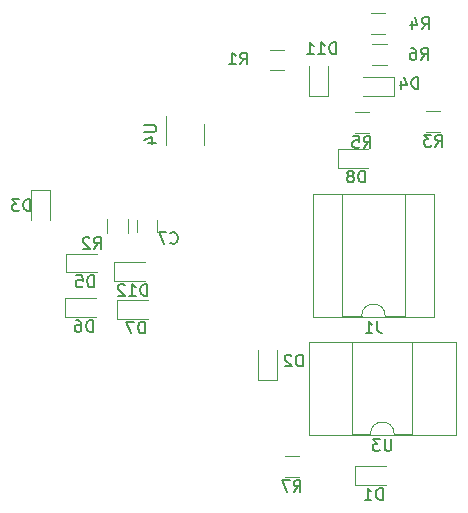
<source format=gbo>
G04 #@! TF.GenerationSoftware,KiCad,Pcbnew,5.1.6-c6e7f7d~87~ubuntu18.04.1*
G04 #@! TF.CreationDate,2020-10-10T14:26:16+05:30*
G04 #@! TF.ProjectId,BackEnd_HeavyDevice_v1,4261636b-456e-4645-9f48-656176794465,rev?*
G04 #@! TF.SameCoordinates,Original*
G04 #@! TF.FileFunction,Legend,Bot*
G04 #@! TF.FilePolarity,Positive*
%FSLAX46Y46*%
G04 Gerber Fmt 4.6, Leading zero omitted, Abs format (unit mm)*
G04 Created by KiCad (PCBNEW 5.1.6-c6e7f7d~87~ubuntu18.04.1) date 2020-10-10 14:26:16*
%MOMM*%
%LPD*%
G01*
G04 APERTURE LIST*
%ADD10C,0.120000*%
%ADD11C,0.150000*%
G04 APERTURE END LIST*
D10*
X126117000Y-106662000D02*
X126117000Y-105662000D01*
X127817000Y-105662000D02*
X127817000Y-106662000D01*
X144603000Y-128084000D02*
X147203000Y-128084000D01*
X144603000Y-126484000D02*
X147203000Y-126484000D01*
X144603000Y-128084000D02*
X144603000Y-126484000D01*
X138029000Y-119227000D02*
X136429000Y-119227000D01*
X136429000Y-119227000D02*
X136429000Y-116627000D01*
X138029000Y-119227000D02*
X138029000Y-116627000D01*
X117186000Y-103063000D02*
X118786000Y-103063000D01*
X118786000Y-103063000D02*
X118786000Y-105663000D01*
X117186000Y-103063000D02*
X117186000Y-105663000D01*
X147884000Y-93500000D02*
X147884000Y-95100000D01*
X147884000Y-95100000D02*
X145284000Y-95100000D01*
X147884000Y-93500000D02*
X145284000Y-93500000D01*
X120145000Y-110076000D02*
X120145000Y-108476000D01*
X120145000Y-108476000D02*
X122745000Y-108476000D01*
X120145000Y-110076000D02*
X122745000Y-110076000D01*
X120058000Y-113863000D02*
X122658000Y-113863000D01*
X120058000Y-112263000D02*
X122658000Y-112263000D01*
X120058000Y-113863000D02*
X120058000Y-112263000D01*
X124481000Y-113982000D02*
X127081000Y-113982000D01*
X124481000Y-112382000D02*
X127081000Y-112382000D01*
X124481000Y-113982000D02*
X124481000Y-112382000D01*
X143119000Y-101196000D02*
X145719000Y-101196000D01*
X143119000Y-99596000D02*
X145719000Y-99596000D01*
X143119000Y-101196000D02*
X143119000Y-99596000D01*
X142303000Y-95158400D02*
X140703000Y-95158400D01*
X140703000Y-95158400D02*
X140703000Y-92558400D01*
X142303000Y-95158400D02*
X142303000Y-92558400D01*
X124181000Y-110815000D02*
X126781000Y-110815000D01*
X124181000Y-109215000D02*
X126781000Y-109215000D01*
X124181000Y-110815000D02*
X124181000Y-109215000D01*
X151302000Y-113815000D02*
X141022000Y-113815000D01*
X151302000Y-103415000D02*
X151302000Y-113815000D01*
X141022000Y-103415000D02*
X151302000Y-103415000D01*
X141022000Y-113815000D02*
X141022000Y-103415000D01*
X148812000Y-113755000D02*
X147162000Y-113755000D01*
X148812000Y-103475000D02*
X148812000Y-113755000D01*
X143512000Y-103475000D02*
X148812000Y-103475000D01*
X143512000Y-113755000D02*
X143512000Y-103475000D01*
X145162000Y-113755000D02*
X143512000Y-113755000D01*
X147162000Y-113755000D02*
G75*
G03*
X145162000Y-113755000I-1000000J0D01*
G01*
X137363000Y-92975300D02*
X138563000Y-92975300D01*
X138563000Y-91215300D02*
X137363000Y-91215300D01*
X125386000Y-106739000D02*
X125386000Y-105539000D01*
X123626000Y-105539000D02*
X123626000Y-106739000D01*
X150639000Y-98146800D02*
X151839000Y-98146800D01*
X151839000Y-96386800D02*
X150639000Y-96386800D01*
X147130000Y-88116500D02*
X145930000Y-88116500D01*
X145930000Y-89876500D02*
X147130000Y-89876500D01*
X144574000Y-98253400D02*
X145774000Y-98253400D01*
X145774000Y-96493400D02*
X144574000Y-96493400D01*
X147270000Y-90768300D02*
X146070000Y-90768300D01*
X146070000Y-92528300D02*
X147270000Y-92528300D01*
X139842000Y-125640000D02*
X138642000Y-125640000D01*
X138642000Y-127400000D02*
X139842000Y-127400000D01*
X145909000Y-123740000D02*
X144374000Y-123740000D01*
X144374000Y-123740000D02*
X144374000Y-116000000D01*
X144374000Y-116000000D02*
X149444000Y-116000000D01*
X149444000Y-116000000D02*
X149444000Y-123740000D01*
X149444000Y-123740000D02*
X147909000Y-123740000D01*
X140674000Y-123800000D02*
X140674000Y-115940000D01*
X140674000Y-115940000D02*
X153144000Y-115940000D01*
X153144000Y-115940000D02*
X153144000Y-123800000D01*
X153144000Y-123800000D02*
X140674000Y-123800000D01*
X147909000Y-123740000D02*
G75*
G03*
X145909000Y-123740000I-1000000J0D01*
G01*
X128606000Y-99271700D02*
X128606000Y-96821700D01*
X131826000Y-97471700D02*
X131826000Y-99271700D01*
D11*
X128972626Y-107560542D02*
X129020245Y-107608161D01*
X129163102Y-107655780D01*
X129258340Y-107655780D01*
X129401198Y-107608161D01*
X129496436Y-107512923D01*
X129544055Y-107417685D01*
X129591674Y-107227209D01*
X129591674Y-107084352D01*
X129544055Y-106893876D01*
X129496436Y-106798638D01*
X129401198Y-106703400D01*
X129258340Y-106655780D01*
X129163102Y-106655780D01*
X129020245Y-106703400D01*
X128972626Y-106751019D01*
X128639293Y-106655780D02*
X127972626Y-106655780D01*
X128401198Y-107655780D01*
X146941095Y-129336380D02*
X146941095Y-128336380D01*
X146703000Y-128336380D01*
X146560142Y-128384000D01*
X146464904Y-128479238D01*
X146417285Y-128574476D01*
X146369666Y-128764952D01*
X146369666Y-128907809D01*
X146417285Y-129098285D01*
X146464904Y-129193523D01*
X146560142Y-129288761D01*
X146703000Y-129336380D01*
X146941095Y-129336380D01*
X145417285Y-129336380D02*
X145988714Y-129336380D01*
X145703000Y-129336380D02*
X145703000Y-128336380D01*
X145798238Y-128479238D01*
X145893476Y-128574476D01*
X145988714Y-128622095D01*
X140156575Y-118031120D02*
X140156575Y-117031120D01*
X139918480Y-117031120D01*
X139775622Y-117078740D01*
X139680384Y-117173978D01*
X139632765Y-117269216D01*
X139585146Y-117459692D01*
X139585146Y-117602549D01*
X139632765Y-117793025D01*
X139680384Y-117888263D01*
X139775622Y-117983501D01*
X139918480Y-118031120D01*
X140156575Y-118031120D01*
X139204194Y-117126359D02*
X139156575Y-117078740D01*
X139061337Y-117031120D01*
X138823241Y-117031120D01*
X138728003Y-117078740D01*
X138680384Y-117126359D01*
X138632765Y-117221597D01*
X138632765Y-117316835D01*
X138680384Y-117459692D01*
X139251813Y-118031120D01*
X138632765Y-118031120D01*
X117085795Y-104866460D02*
X117085795Y-103866460D01*
X116847700Y-103866460D01*
X116704842Y-103914080D01*
X116609604Y-104009318D01*
X116561985Y-104104556D01*
X116514366Y-104295032D01*
X116514366Y-104437889D01*
X116561985Y-104628365D01*
X116609604Y-104723603D01*
X116704842Y-104818841D01*
X116847700Y-104866460D01*
X117085795Y-104866460D01*
X116181033Y-103866460D02*
X115561985Y-103866460D01*
X115895319Y-104247413D01*
X115752461Y-104247413D01*
X115657223Y-104295032D01*
X115609604Y-104342651D01*
X115561985Y-104437889D01*
X115561985Y-104675984D01*
X115609604Y-104771222D01*
X115657223Y-104818841D01*
X115752461Y-104866460D01*
X116038176Y-104866460D01*
X116133414Y-104818841D01*
X116181033Y-104771222D01*
X149945635Y-94549180D02*
X149945635Y-93549180D01*
X149707540Y-93549180D01*
X149564682Y-93596800D01*
X149469444Y-93692038D01*
X149421825Y-93787276D01*
X149374206Y-93977752D01*
X149374206Y-94120609D01*
X149421825Y-94311085D01*
X149469444Y-94406323D01*
X149564682Y-94501561D01*
X149707540Y-94549180D01*
X149945635Y-94549180D01*
X148517063Y-93882514D02*
X148517063Y-94549180D01*
X148755159Y-93501561D02*
X148993254Y-94215847D01*
X148374206Y-94215847D01*
X122483095Y-111328380D02*
X122483095Y-110328380D01*
X122245000Y-110328380D01*
X122102142Y-110376000D01*
X122006904Y-110471238D01*
X121959285Y-110566476D01*
X121911666Y-110756952D01*
X121911666Y-110899809D01*
X121959285Y-111090285D01*
X122006904Y-111185523D01*
X122102142Y-111280761D01*
X122245000Y-111328380D01*
X122483095Y-111328380D01*
X121006904Y-110328380D02*
X121483095Y-110328380D01*
X121530714Y-110804571D01*
X121483095Y-110756952D01*
X121387857Y-110709333D01*
X121149761Y-110709333D01*
X121054523Y-110756952D01*
X121006904Y-110804571D01*
X120959285Y-110899809D01*
X120959285Y-111137904D01*
X121006904Y-111233142D01*
X121054523Y-111280761D01*
X121149761Y-111328380D01*
X121387857Y-111328380D01*
X121483095Y-111280761D01*
X121530714Y-111233142D01*
X122396095Y-115115380D02*
X122396095Y-114115380D01*
X122158000Y-114115380D01*
X122015142Y-114163000D01*
X121919904Y-114258238D01*
X121872285Y-114353476D01*
X121824666Y-114543952D01*
X121824666Y-114686809D01*
X121872285Y-114877285D01*
X121919904Y-114972523D01*
X122015142Y-115067761D01*
X122158000Y-115115380D01*
X122396095Y-115115380D01*
X120967523Y-114115380D02*
X121158000Y-114115380D01*
X121253238Y-114163000D01*
X121300857Y-114210619D01*
X121396095Y-114353476D01*
X121443714Y-114543952D01*
X121443714Y-114924904D01*
X121396095Y-115020142D01*
X121348476Y-115067761D01*
X121253238Y-115115380D01*
X121062761Y-115115380D01*
X120967523Y-115067761D01*
X120919904Y-115020142D01*
X120872285Y-114924904D01*
X120872285Y-114686809D01*
X120919904Y-114591571D01*
X120967523Y-114543952D01*
X121062761Y-114496333D01*
X121253238Y-114496333D01*
X121348476Y-114543952D01*
X121396095Y-114591571D01*
X121443714Y-114686809D01*
X126819095Y-115234380D02*
X126819095Y-114234380D01*
X126581000Y-114234380D01*
X126438142Y-114282000D01*
X126342904Y-114377238D01*
X126295285Y-114472476D01*
X126247666Y-114662952D01*
X126247666Y-114805809D01*
X126295285Y-114996285D01*
X126342904Y-115091523D01*
X126438142Y-115186761D01*
X126581000Y-115234380D01*
X126819095Y-115234380D01*
X125914333Y-114234380D02*
X125247666Y-114234380D01*
X125676238Y-115234380D01*
X145457095Y-102448380D02*
X145457095Y-101448380D01*
X145219000Y-101448380D01*
X145076142Y-101496000D01*
X144980904Y-101591238D01*
X144933285Y-101686476D01*
X144885666Y-101876952D01*
X144885666Y-102019809D01*
X144933285Y-102210285D01*
X144980904Y-102305523D01*
X145076142Y-102400761D01*
X145219000Y-102448380D01*
X145457095Y-102448380D01*
X144314238Y-101876952D02*
X144409476Y-101829333D01*
X144457095Y-101781714D01*
X144504714Y-101686476D01*
X144504714Y-101638857D01*
X144457095Y-101543619D01*
X144409476Y-101496000D01*
X144314238Y-101448380D01*
X144123761Y-101448380D01*
X144028523Y-101496000D01*
X143980904Y-101543619D01*
X143933285Y-101638857D01*
X143933285Y-101686476D01*
X143980904Y-101781714D01*
X144028523Y-101829333D01*
X144123761Y-101876952D01*
X144314238Y-101876952D01*
X144409476Y-101924571D01*
X144457095Y-101972190D01*
X144504714Y-102067428D01*
X144504714Y-102257904D01*
X144457095Y-102353142D01*
X144409476Y-102400761D01*
X144314238Y-102448380D01*
X144123761Y-102448380D01*
X144028523Y-102400761D01*
X143980904Y-102353142D01*
X143933285Y-102257904D01*
X143933285Y-102067428D01*
X143980904Y-101972190D01*
X144028523Y-101924571D01*
X144123761Y-101876952D01*
X142996685Y-91592700D02*
X142996685Y-90592700D01*
X142758590Y-90592700D01*
X142615733Y-90640320D01*
X142520495Y-90735558D01*
X142472876Y-90830796D01*
X142425257Y-91021272D01*
X142425257Y-91164129D01*
X142472876Y-91354605D01*
X142520495Y-91449843D01*
X142615733Y-91545081D01*
X142758590Y-91592700D01*
X142996685Y-91592700D01*
X141472876Y-91592700D02*
X142044304Y-91592700D01*
X141758590Y-91592700D02*
X141758590Y-90592700D01*
X141853828Y-90735558D01*
X141949066Y-90830796D01*
X142044304Y-90878415D01*
X140520495Y-91592700D02*
X141091923Y-91592700D01*
X140806209Y-91592700D02*
X140806209Y-90592700D01*
X140901447Y-90735558D01*
X140996685Y-90830796D01*
X141091923Y-90878415D01*
X126995285Y-112067380D02*
X126995285Y-111067380D01*
X126757190Y-111067380D01*
X126614333Y-111115000D01*
X126519095Y-111210238D01*
X126471476Y-111305476D01*
X126423857Y-111495952D01*
X126423857Y-111638809D01*
X126471476Y-111829285D01*
X126519095Y-111924523D01*
X126614333Y-112019761D01*
X126757190Y-112067380D01*
X126995285Y-112067380D01*
X125471476Y-112067380D02*
X126042904Y-112067380D01*
X125757190Y-112067380D02*
X125757190Y-111067380D01*
X125852428Y-111210238D01*
X125947666Y-111305476D01*
X126042904Y-111353095D01*
X125090523Y-111162619D02*
X125042904Y-111115000D01*
X124947666Y-111067380D01*
X124709571Y-111067380D01*
X124614333Y-111115000D01*
X124566714Y-111162619D01*
X124519095Y-111257857D01*
X124519095Y-111353095D01*
X124566714Y-111495952D01*
X125138142Y-112067380D01*
X124519095Y-112067380D01*
X146495333Y-114207380D02*
X146495333Y-114921666D01*
X146542952Y-115064523D01*
X146638190Y-115159761D01*
X146781047Y-115207380D01*
X146876285Y-115207380D01*
X145495333Y-115207380D02*
X146066761Y-115207380D01*
X145781047Y-115207380D02*
X145781047Y-114207380D01*
X145876285Y-114350238D01*
X145971523Y-114445476D01*
X146066761Y-114493095D01*
X134888626Y-92468940D02*
X135221960Y-91992750D01*
X135460055Y-92468940D02*
X135460055Y-91468940D01*
X135079102Y-91468940D01*
X134983864Y-91516560D01*
X134936245Y-91564179D01*
X134888626Y-91659417D01*
X134888626Y-91802274D01*
X134936245Y-91897512D01*
X134983864Y-91945131D01*
X135079102Y-91992750D01*
X135460055Y-91992750D01*
X133936245Y-92468940D02*
X134507674Y-92468940D01*
X134221960Y-92468940D02*
X134221960Y-91468940D01*
X134317198Y-91611798D01*
X134412436Y-91707036D01*
X134507674Y-91754655D01*
X122490806Y-108095060D02*
X122824140Y-107618870D01*
X123062235Y-108095060D02*
X123062235Y-107095060D01*
X122681282Y-107095060D01*
X122586044Y-107142680D01*
X122538425Y-107190299D01*
X122490806Y-107285537D01*
X122490806Y-107428394D01*
X122538425Y-107523632D01*
X122586044Y-107571251D01*
X122681282Y-107618870D01*
X123062235Y-107618870D01*
X122109854Y-107190299D02*
X122062235Y-107142680D01*
X121966997Y-107095060D01*
X121728901Y-107095060D01*
X121633663Y-107142680D01*
X121586044Y-107190299D01*
X121538425Y-107285537D01*
X121538425Y-107380775D01*
X121586044Y-107523632D01*
X122157473Y-108095060D01*
X121538425Y-108095060D01*
X151405666Y-99419180D02*
X151739000Y-98942990D01*
X151977095Y-99419180D02*
X151977095Y-98419180D01*
X151596142Y-98419180D01*
X151500904Y-98466800D01*
X151453285Y-98514419D01*
X151405666Y-98609657D01*
X151405666Y-98752514D01*
X151453285Y-98847752D01*
X151500904Y-98895371D01*
X151596142Y-98942990D01*
X151977095Y-98942990D01*
X151072333Y-98419180D02*
X150453285Y-98419180D01*
X150786619Y-98800133D01*
X150643761Y-98800133D01*
X150548523Y-98847752D01*
X150500904Y-98895371D01*
X150453285Y-98990609D01*
X150453285Y-99228704D01*
X150500904Y-99323942D01*
X150548523Y-99371561D01*
X150643761Y-99419180D01*
X150929476Y-99419180D01*
X151024714Y-99371561D01*
X151072333Y-99323942D01*
X150257746Y-89486980D02*
X150591080Y-89010790D01*
X150829175Y-89486980D02*
X150829175Y-88486980D01*
X150448222Y-88486980D01*
X150352984Y-88534600D01*
X150305365Y-88582219D01*
X150257746Y-88677457D01*
X150257746Y-88820314D01*
X150305365Y-88915552D01*
X150352984Y-88963171D01*
X150448222Y-89010790D01*
X150829175Y-89010790D01*
X149400603Y-88820314D02*
X149400603Y-89486980D01*
X149638699Y-88439361D02*
X149876794Y-89153647D01*
X149257746Y-89153647D01*
X145340666Y-99525780D02*
X145674000Y-99049590D01*
X145912095Y-99525780D02*
X145912095Y-98525780D01*
X145531142Y-98525780D01*
X145435904Y-98573400D01*
X145388285Y-98621019D01*
X145340666Y-98716257D01*
X145340666Y-98859114D01*
X145388285Y-98954352D01*
X145435904Y-99001971D01*
X145531142Y-99049590D01*
X145912095Y-99049590D01*
X144435904Y-98525780D02*
X144912095Y-98525780D01*
X144959714Y-99001971D01*
X144912095Y-98954352D01*
X144816857Y-98906733D01*
X144578761Y-98906733D01*
X144483523Y-98954352D01*
X144435904Y-99001971D01*
X144388285Y-99097209D01*
X144388285Y-99335304D01*
X144435904Y-99430542D01*
X144483523Y-99478161D01*
X144578761Y-99525780D01*
X144816857Y-99525780D01*
X144912095Y-99478161D01*
X144959714Y-99430542D01*
X150184386Y-92087980D02*
X150517720Y-91611790D01*
X150755815Y-92087980D02*
X150755815Y-91087980D01*
X150374862Y-91087980D01*
X150279624Y-91135600D01*
X150232005Y-91183219D01*
X150184386Y-91278457D01*
X150184386Y-91421314D01*
X150232005Y-91516552D01*
X150279624Y-91564171D01*
X150374862Y-91611790D01*
X150755815Y-91611790D01*
X149327243Y-91087980D02*
X149517720Y-91087980D01*
X149612958Y-91135600D01*
X149660577Y-91183219D01*
X149755815Y-91326076D01*
X149803434Y-91516552D01*
X149803434Y-91897504D01*
X149755815Y-91992742D01*
X149708196Y-92040361D01*
X149612958Y-92087980D01*
X149422481Y-92087980D01*
X149327243Y-92040361D01*
X149279624Y-91992742D01*
X149232005Y-91897504D01*
X149232005Y-91659409D01*
X149279624Y-91564171D01*
X149327243Y-91516552D01*
X149422481Y-91468933D01*
X149612958Y-91468933D01*
X149708196Y-91516552D01*
X149755815Y-91564171D01*
X149803434Y-91659409D01*
X139408666Y-128672380D02*
X139742000Y-128196190D01*
X139980095Y-128672380D02*
X139980095Y-127672380D01*
X139599142Y-127672380D01*
X139503904Y-127720000D01*
X139456285Y-127767619D01*
X139408666Y-127862857D01*
X139408666Y-128005714D01*
X139456285Y-128100952D01*
X139503904Y-128148571D01*
X139599142Y-128196190D01*
X139980095Y-128196190D01*
X139075333Y-127672380D02*
X138408666Y-127672380D01*
X138837238Y-128672380D01*
X147670904Y-124192380D02*
X147670904Y-125001904D01*
X147623285Y-125097142D01*
X147575666Y-125144761D01*
X147480428Y-125192380D01*
X147289952Y-125192380D01*
X147194714Y-125144761D01*
X147147095Y-125097142D01*
X147099476Y-125001904D01*
X147099476Y-124192380D01*
X146718523Y-124192380D02*
X146099476Y-124192380D01*
X146432809Y-124573333D01*
X146289952Y-124573333D01*
X146194714Y-124620952D01*
X146147095Y-124668571D01*
X146099476Y-124763809D01*
X146099476Y-125001904D01*
X146147095Y-125097142D01*
X146194714Y-125144761D01*
X146289952Y-125192380D01*
X146575666Y-125192380D01*
X146670904Y-125144761D01*
X146718523Y-125097142D01*
X126768380Y-97609795D02*
X127577904Y-97609795D01*
X127673142Y-97657414D01*
X127720761Y-97705033D01*
X127768380Y-97800271D01*
X127768380Y-97990747D01*
X127720761Y-98085985D01*
X127673142Y-98133604D01*
X127577904Y-98181223D01*
X126768380Y-98181223D01*
X127101714Y-99085985D02*
X127768380Y-99085985D01*
X126720761Y-98847890D02*
X127435047Y-98609795D01*
X127435047Y-99228842D01*
M02*

</source>
